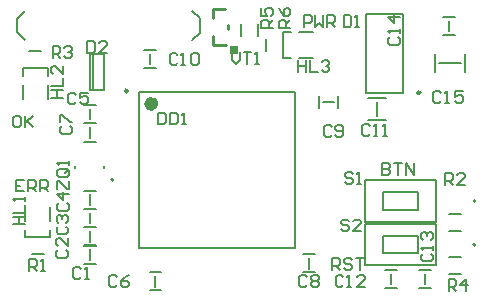
<source format=gto>
G04*
G04 #@! TF.GenerationSoftware,Altium Limited,Altium Designer,25.1.2 (22)*
G04*
G04 Layer_Color=65535*
%FSLAX44Y44*%
%MOMM*%
G71*
G04*
G04 #@! TF.SameCoordinates,7ED34E8D-A4F8-468C-8B7F-49A99E5286A2*
G04*
G04*
G04 #@! TF.FilePolarity,Positive*
G04*
G01*
G75*
%ADD10C,0.2500*%
%ADD11C,0.2000*%
%ADD12C,0.6000*%
%ADD13C,0.2540*%
%ADD14C,0.1500*%
%ADD15C,0.1270*%
G36*
X195100Y212925D02*
X188750D01*
Y206575D01*
X195100D01*
Y212925D01*
D02*
G37*
D10*
X349751Y173750D02*
G03*
X349751Y173750I-1250J0D01*
G01*
X102000Y175250D02*
G03*
X102000Y175250I-1250J0D01*
G01*
D11*
X396500Y45000D02*
G03*
X396500Y45000I-1000J0D01*
G01*
Y82000D02*
G03*
X396500Y82000I-1000J0D01*
G01*
X90000Y100000D02*
G03*
X90000Y100000I-1000J0D01*
G01*
X334751Y173250D02*
Y240250D01*
X303750Y173250D02*
Y240250D01*
Y173250D02*
X334751D01*
X303750Y240250D02*
X334751D01*
X156500Y243000D02*
X163000Y236500D01*
Y224500D02*
Y236500D01*
X156500Y218000D02*
X163000Y224500D01*
X8000Y224700D02*
X14700Y218000D01*
X8000Y224700D02*
Y236300D01*
X14700Y243000D01*
X112000Y42250D02*
X244000D01*
X112000Y174250D02*
X244000D01*
Y42250D02*
Y174250D01*
X112000Y42250D02*
Y174250D01*
X275250Y23500D02*
Y33497D01*
X280248D01*
X281915Y31831D01*
Y28498D01*
X280248Y26832D01*
X275250D01*
X278582D02*
X281915Y23500D01*
X291911Y31831D02*
X290245Y33497D01*
X286913D01*
X285247Y31831D01*
Y30164D01*
X286913Y28498D01*
X290245D01*
X291911Y26832D01*
Y25166D01*
X290245Y23500D01*
X286913D01*
X285247Y25166D01*
X295244Y33497D02*
X301908D01*
X298576D01*
Y23500D01*
X317750Y113997D02*
Y104000D01*
X322748D01*
X324414Y105666D01*
Y107332D01*
X322748Y108998D01*
X317750D01*
X322748D01*
X324414Y110665D01*
Y112331D01*
X322748Y113997D01*
X317750D01*
X327747D02*
X334411D01*
X331079D01*
Y104000D01*
X337743D02*
Y113997D01*
X344408Y104000D01*
Y113997D01*
X10248Y154247D02*
X6916D01*
X5250Y152581D01*
Y145916D01*
X6916Y144250D01*
X10248D01*
X11914Y145916D01*
Y152581D01*
X10248Y154247D01*
X15247D02*
Y144250D01*
Y147582D01*
X21911Y154247D01*
X16913Y149248D01*
X21911Y144250D01*
X14165Y99997D02*
X7500D01*
Y90000D01*
X14165D01*
X7500Y94998D02*
X10832D01*
X17497Y90000D02*
Y99997D01*
X22495D01*
X24161Y98331D01*
Y94998D01*
X22495Y93332D01*
X17497D01*
X20829D02*
X24161Y90000D01*
X27494D02*
Y99997D01*
X32492D01*
X34158Y98331D01*
Y94998D01*
X32492Y93332D01*
X27494D01*
X30826D02*
X34158Y90000D01*
X251000Y229500D02*
Y239497D01*
X255998D01*
X257665Y237831D01*
Y234498D01*
X255998Y232832D01*
X251000D01*
X260997Y239497D02*
Y229500D01*
X264329Y232832D01*
X267661Y229500D01*
Y239497D01*
X270994Y229500D02*
Y239497D01*
X275992D01*
X277658Y237831D01*
Y234498D01*
X275992Y232832D01*
X270994D01*
X274326D02*
X277658Y229500D01*
X42002Y92087D02*
Y98752D01*
X43668D01*
X50332Y92087D01*
X51998D01*
Y98752D01*
X50332Y108748D02*
X43668D01*
X42002Y107082D01*
Y103750D01*
X43668Y102084D01*
X50332D01*
X51998Y103750D01*
Y107082D01*
X48666Y105416D02*
X51998Y108748D01*
Y107082D02*
X50332Y108748D01*
X51998Y112081D02*
Y115413D01*
Y113747D01*
X42002D01*
X43668Y112081D01*
X190087Y207998D02*
Y201334D01*
X193419Y198002D01*
X196752Y201334D01*
Y207998D01*
X200084D02*
X206748D01*
X203416D01*
Y198002D01*
X210081D02*
X213413D01*
X211747D01*
Y207998D01*
X210081Y206332D01*
X289584Y64582D02*
X287918Y66248D01*
X284585D01*
X282919Y64582D01*
Y62916D01*
X284585Y61250D01*
X287918D01*
X289584Y59584D01*
Y57918D01*
X287918Y56252D01*
X284585D01*
X282919Y57918D01*
X299581Y56252D02*
X292916D01*
X299581Y62916D01*
Y64582D01*
X297915Y66248D01*
X294582D01*
X292916Y64582D01*
X292500Y105082D02*
X290834Y106748D01*
X287502D01*
X285835Y105082D01*
Y103416D01*
X287502Y101750D01*
X290834D01*
X292500Y100084D01*
Y98418D01*
X290834Y96752D01*
X287502D01*
X285835Y98418D01*
X295832Y96752D02*
X299165D01*
X297498D01*
Y106748D01*
X295832Y105082D01*
X239748Y228669D02*
X229752D01*
Y233668D01*
X231418Y235334D01*
X234750D01*
X236416Y233668D01*
Y228669D01*
Y232002D02*
X239748Y235334D01*
X229752Y245331D02*
X231418Y241998D01*
X234750Y238666D01*
X238082D01*
X239748Y240332D01*
Y243664D01*
X238082Y245331D01*
X236416D01*
X234750Y243664D01*
Y238666D01*
X225248Y228419D02*
X215252D01*
Y233418D01*
X216918Y235084D01*
X220250D01*
X221916Y233418D01*
Y228419D01*
Y231752D02*
X225248Y235084D01*
X215252Y245081D02*
Y238416D01*
X220250D01*
X218584Y241748D01*
Y243414D01*
X220250Y245081D01*
X223582D01*
X225248Y243414D01*
Y240082D01*
X223582Y238416D01*
X373669Y6002D02*
Y15998D01*
X378668D01*
X380334Y14332D01*
Y11000D01*
X378668Y9334D01*
X373669D01*
X377002D02*
X380334Y6002D01*
X388665D02*
Y15998D01*
X383666Y11000D01*
X390331D01*
X38419Y202752D02*
Y212748D01*
X43418D01*
X45084Y211082D01*
Y207750D01*
X43418Y206084D01*
X38419D01*
X41752D02*
X45084Y202752D01*
X48416Y211082D02*
X50082Y212748D01*
X53415D01*
X55081Y211082D01*
Y209416D01*
X53415Y207750D01*
X51748D01*
X53415D01*
X55081Y206084D01*
Y204418D01*
X53415Y202752D01*
X50082D01*
X48416Y204418D01*
X370919Y95752D02*
Y105748D01*
X375918D01*
X377584Y104082D01*
Y100750D01*
X375918Y99084D01*
X370919D01*
X374252D02*
X377584Y95752D01*
X387581D02*
X380916D01*
X387581Y102416D01*
Y104082D01*
X385914Y105748D01*
X382582D01*
X380916Y104082D01*
X18836Y22752D02*
Y32748D01*
X23834D01*
X25500Y31082D01*
Y27750D01*
X23834Y26084D01*
X18836D01*
X22168D02*
X25500Y22752D01*
X28832D02*
X32164D01*
X30498D01*
Y32748D01*
X28832Y31082D01*
X246171Y200998D02*
Y191002D01*
Y196000D01*
X252836D01*
Y200998D01*
Y191002D01*
X256168Y200998D02*
Y191002D01*
X262832D01*
X266164Y199332D02*
X267831Y200998D01*
X271163D01*
X272829Y199332D01*
Y197666D01*
X271163Y196000D01*
X269497D01*
X271163D01*
X272829Y194334D01*
Y192668D01*
X271163Y191002D01*
X267831D01*
X266164Y192668D01*
X37502Y169171D02*
X47498D01*
X42500D01*
Y175835D01*
X37502D01*
X47498D01*
X37502Y179168D02*
X47498D01*
Y185832D01*
Y195829D02*
Y189165D01*
X40834Y195829D01*
X39168D01*
X37502Y194163D01*
Y190831D01*
X39168Y189165D01*
X4752Y62087D02*
X14748D01*
X9750D01*
Y68752D01*
X4752D01*
X14748D01*
X4752Y72084D02*
X14748D01*
Y78748D01*
Y82081D02*
Y85413D01*
Y83747D01*
X4752D01*
X6418Y82081D01*
X128087Y156748D02*
Y146752D01*
X133085D01*
X134752Y148418D01*
Y155082D01*
X133085Y156748D01*
X128087D01*
X138084D02*
Y146752D01*
X143082D01*
X144748Y148418D01*
Y155082D01*
X143082Y156748D01*
X138084D01*
X148081Y146752D02*
X151413D01*
X149747D01*
Y156748D01*
X148081Y155082D01*
X67669Y216998D02*
Y207002D01*
X72668D01*
X74334Y208668D01*
Y215332D01*
X72668Y216998D01*
X67669D01*
X84331Y207002D02*
X77666D01*
X84331Y213666D01*
Y215332D01*
X82664Y216998D01*
X79332D01*
X77666Y215332D01*
X284835Y238998D02*
Y229002D01*
X289834D01*
X291500Y230668D01*
Y237332D01*
X289834Y238998D01*
X284835D01*
X294832Y229002D02*
X298165D01*
X296498D01*
Y238998D01*
X294832Y237332D01*
X367419Y173082D02*
X365752Y174748D01*
X362420D01*
X360754Y173082D01*
Y166418D01*
X362420Y164752D01*
X365752D01*
X367419Y166418D01*
X370751Y164752D02*
X374083D01*
X372417D01*
Y174748D01*
X370751Y173082D01*
X385746Y174748D02*
X379081D01*
Y169750D01*
X382414Y171416D01*
X384080D01*
X385746Y169750D01*
Y166418D01*
X384080Y164752D01*
X380748D01*
X379081Y166418D01*
X324418Y220669D02*
X322752Y219002D01*
Y215670D01*
X324418Y214004D01*
X331082D01*
X332748Y215670D01*
Y219002D01*
X331082Y220669D01*
X332748Y224001D02*
Y227333D01*
Y225667D01*
X322752D01*
X324418Y224001D01*
X332748Y237330D02*
X322752D01*
X327750Y232332D01*
Y238996D01*
X351918Y37418D02*
X350252Y35752D01*
Y32420D01*
X351918Y30754D01*
X358582D01*
X360248Y32420D01*
Y35752D01*
X358582Y37418D01*
X360248Y40751D02*
Y44083D01*
Y42417D01*
X350252D01*
X351918Y40751D01*
Y49082D02*
X350252Y50748D01*
Y54080D01*
X351918Y55746D01*
X353584D01*
X355250Y54080D01*
Y52414D01*
Y54080D01*
X356916Y55746D01*
X358582D01*
X360248Y54080D01*
Y50748D01*
X358582Y49082D01*
X284669Y17582D02*
X283002Y19248D01*
X279670D01*
X278004Y17582D01*
Y10918D01*
X279670Y9252D01*
X283002D01*
X284669Y10918D01*
X288001Y9252D02*
X291333D01*
X289667D01*
Y19248D01*
X288001Y17582D01*
X302996Y9252D02*
X296332D01*
X302996Y15916D01*
Y17582D01*
X301330Y19248D01*
X297998D01*
X296332Y17582D01*
X306835Y145082D02*
X305169Y146748D01*
X301836D01*
X300170Y145082D01*
Y138418D01*
X301836Y136752D01*
X305169D01*
X306835Y138418D01*
X310167Y136752D02*
X313499D01*
X311833D01*
Y146748D01*
X310167Y145082D01*
X318498Y136752D02*
X321830D01*
X320164D01*
Y146748D01*
X318498Y145082D01*
X144169Y205832D02*
X142502Y207498D01*
X139170D01*
X137504Y205832D01*
Y199168D01*
X139170Y197502D01*
X142502D01*
X144169Y199168D01*
X147501Y197502D02*
X150833D01*
X149167D01*
Y207498D01*
X147501Y205832D01*
X155831D02*
X157498Y207498D01*
X160830D01*
X162496Y205832D01*
Y199168D01*
X160830Y197502D01*
X157498D01*
X155831Y199168D01*
Y205832D01*
X274584Y144582D02*
X272918Y146248D01*
X269585D01*
X267919Y144582D01*
Y137918D01*
X269585Y136252D01*
X272918D01*
X274584Y137918D01*
X277916D02*
X279582Y136252D01*
X282915D01*
X284581Y137918D01*
Y144582D01*
X282915Y146248D01*
X279582D01*
X277916Y144582D01*
Y142916D01*
X279582Y141250D01*
X284581D01*
X253834Y17332D02*
X252168Y18998D01*
X248836D01*
X247169Y17332D01*
Y10668D01*
X248836Y9002D01*
X252168D01*
X253834Y10668D01*
X257166Y17332D02*
X258832Y18998D01*
X262165D01*
X263831Y17332D01*
Y15666D01*
X262165Y14000D01*
X263831Y12334D01*
Y10668D01*
X262165Y9002D01*
X258832D01*
X257166Y10668D01*
Y12334D01*
X258832Y14000D01*
X257166Y15666D01*
Y17332D01*
X258832Y14000D02*
X262165D01*
X46668Y145084D02*
X45002Y143418D01*
Y140085D01*
X46668Y138419D01*
X53332D01*
X54998Y140085D01*
Y143418D01*
X53332Y145084D01*
X45002Y148416D02*
Y155081D01*
X46668D01*
X53332Y148416D01*
X54998D01*
X93084Y17332D02*
X91418Y18998D01*
X88085D01*
X86419Y17332D01*
Y10668D01*
X88085Y9002D01*
X91418D01*
X93084Y10668D01*
X103081Y18998D02*
X99748Y17332D01*
X96416Y14000D01*
Y10668D01*
X98082Y9002D01*
X101414D01*
X103081Y10668D01*
Y12334D01*
X101414Y14000D01*
X96416D01*
X58334Y172082D02*
X56668Y173748D01*
X53335D01*
X51669Y172082D01*
Y165418D01*
X53335Y163752D01*
X56668D01*
X58334Y165418D01*
X68331Y173748D02*
X61666D01*
Y168750D01*
X64998Y170416D01*
X66665D01*
X68331Y168750D01*
Y165418D01*
X66665Y163752D01*
X63332D01*
X61666Y165418D01*
X43668Y79834D02*
X42002Y78168D01*
Y74836D01*
X43668Y73169D01*
X50332D01*
X51998Y74836D01*
Y78168D01*
X50332Y79834D01*
X51998Y88165D02*
X42002D01*
X47000Y83166D01*
Y89831D01*
X43418Y60334D02*
X41752Y58668D01*
Y55335D01*
X43418Y53669D01*
X50082D01*
X51748Y55335D01*
Y58668D01*
X50082Y60334D01*
X43418Y63666D02*
X41752Y65332D01*
Y68665D01*
X43418Y70331D01*
X45084D01*
X46750Y68665D01*
Y66998D01*
Y68665D01*
X48416Y70331D01*
X50082D01*
X51748Y68665D01*
Y65332D01*
X50082Y63666D01*
X43168Y40584D02*
X41502Y38918D01*
Y35585D01*
X43168Y33919D01*
X49832D01*
X51498Y35585D01*
Y38918D01*
X49832Y40584D01*
X51498Y50581D02*
Y43916D01*
X44834Y50581D01*
X43168D01*
X41502Y48914D01*
Y45582D01*
X43168Y43916D01*
X62250Y24332D02*
X60584Y25998D01*
X57252D01*
X55585Y24332D01*
Y17668D01*
X57252Y16002D01*
X60584D01*
X62250Y17668D01*
X65582Y16002D02*
X68914D01*
X67248D01*
Y25998D01*
X65582Y24332D01*
D12*
X125000Y164250D02*
G03*
X125000Y164250I-3000J0D01*
G01*
D13*
X173970Y244750D02*
X184750D01*
X173970Y213750D02*
X185000D01*
X186750Y227250D02*
Y231250D01*
X173970Y237000D02*
Y244750D01*
Y213750D02*
Y221500D01*
D14*
X325000Y11500D02*
Y20500D01*
X320000Y23750D02*
X330000D01*
X320000Y8250D02*
X330000D01*
X354000Y11500D02*
Y20500D01*
X349000Y23750D02*
X359000D01*
X349000Y8250D02*
X359000D01*
X374000Y34250D02*
X384000D01*
X374000Y19750D02*
X384000D01*
X374000Y71250D02*
X384000D01*
X374000Y56750D02*
X384000D01*
X374250Y225750D02*
Y234750D01*
X369250Y222500D02*
X379250D01*
X369250Y238000D02*
X379250D01*
X362500Y191500D02*
Y206500D01*
X366000Y199000D02*
X375250D01*
X384500D01*
X388000Y191500D02*
Y206500D01*
X313000Y154000D02*
Y160000D01*
X305250Y150750D02*
X320750D01*
X313000Y160000D02*
Y166000D01*
X305250Y169250D02*
X320750D01*
X279750Y160750D02*
Y170750D01*
X264250Y160750D02*
Y170750D01*
X267500Y165750D02*
X276500D01*
X197750Y221750D02*
Y231750D01*
X212250Y221750D02*
Y231750D01*
X233500Y209000D02*
Y219000D01*
X219000Y209000D02*
Y219000D01*
X233500Y203250D02*
Y209750D01*
Y203250D02*
X240000D01*
X247250D02*
X259250D01*
X247250Y224750D02*
X259250D01*
X233500Y218250D02*
Y224750D01*
X240000D01*
X18750Y194250D02*
X28750D01*
X18750Y208750D02*
X28750D01*
X20750Y36750D02*
X30750D01*
X20750Y51250D02*
X30750D01*
X14750Y51251D02*
Y57751D01*
Y51251D02*
X21250D01*
X14750Y65001D02*
Y77001D01*
X36250Y65001D02*
Y77001D01*
Y51251D02*
Y57751D01*
X29750Y51251D02*
X36250D01*
X34500Y187750D02*
Y194250D01*
X28000D02*
X34500D01*
Y168500D02*
Y180500D01*
X13000Y168500D02*
Y180500D01*
Y187750D02*
Y194250D01*
X19500D01*
X120750Y197750D02*
Y206750D01*
X115750Y194500D02*
X125750D01*
X115750Y210000D02*
X125750D01*
X255750Y24750D02*
Y33750D01*
X250750Y21500D02*
X260750D01*
X250750Y37000D02*
X260750D01*
X125500Y9500D02*
Y18500D01*
X120500Y21750D02*
X130500D01*
X120500Y6250D02*
X130500D01*
X70000Y151000D02*
Y160000D01*
X65000Y163250D02*
X75000D01*
X65000Y147750D02*
X75000D01*
X70000Y135500D02*
Y144500D01*
X65000Y132250D02*
X75000D01*
X65000Y147750D02*
X75000D01*
X70000Y63000D02*
Y72000D01*
X65000Y75250D02*
X75000D01*
X65000Y59750D02*
X75000D01*
X70000Y47500D02*
Y56500D01*
X65000Y59750D02*
X75000D01*
X65000Y44250D02*
X75000D01*
X70000Y32250D02*
Y41250D01*
X65000Y44500D02*
X75000D01*
X65000Y29000D02*
X75000D01*
X70000Y78500D02*
Y87500D01*
X65000Y90750D02*
X75000D01*
X65000Y75250D02*
X75000D01*
D15*
X318000Y37500D02*
X348000D01*
X318000D02*
Y52500D01*
X348000D01*
Y37500D02*
Y52500D01*
X303000Y27500D02*
X363000D01*
X303000D02*
Y62500D01*
X363000D01*
Y27500D02*
Y62500D01*
X318000Y74500D02*
X348000D01*
X318000D02*
Y89500D01*
X348000D01*
Y74500D02*
Y89500D01*
X303000Y64500D02*
X363000D01*
X303000D02*
Y99500D01*
X363000D01*
Y64500D02*
Y99500D01*
X72952Y175760D02*
Y206240D01*
X69904D02*
X72952D01*
X82096D01*
Y175760D02*
Y206240D01*
X72952Y175760D02*
X82096D01*
X69904D02*
X72952D01*
X69904D02*
Y206240D01*
X57250Y110200D02*
Y111800D01*
X82250Y110200D02*
Y111800D01*
M02*

</source>
